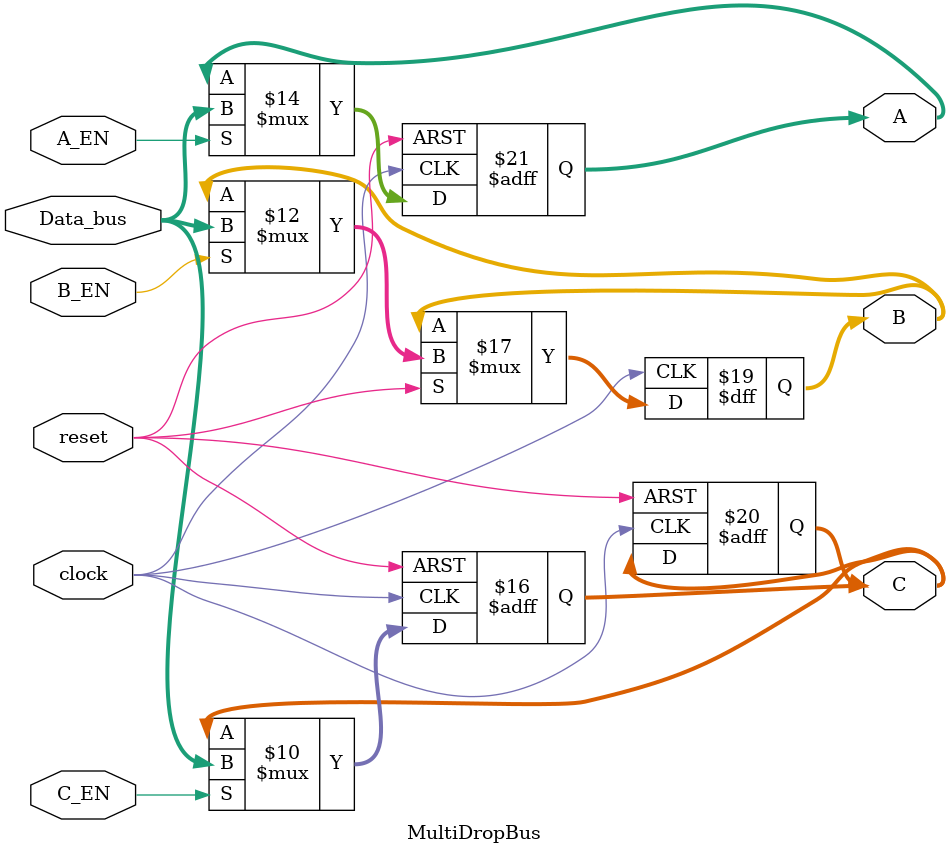
<source format=v>
module MultiDropBus(
    input clock, reset,
    input [7:0] Data_bus,
    input A_EN, B_EN, C_EN,
    output reg [7:0] A, B, C
);
    always@(posedge clock or negedge reset)
    begin: A_REG
        if(!reset) A <= 8'd0;
        else if(A_EN == 1) A <= Data_bus;
    end

    always@(posedge clock or negedge reset)
    begin: B_REG
        if(!reset) C <= 8'd0;
        else if(B_EN == 1) B <= Data_bus;
    end
    
    always@(posedge clock or negedge reset)
    begin: C_REG
        if(!reset) C <= 8'd0;
        else if(C_EN == 1) C <= Data_bus;
    end    
endmodule
</source>
